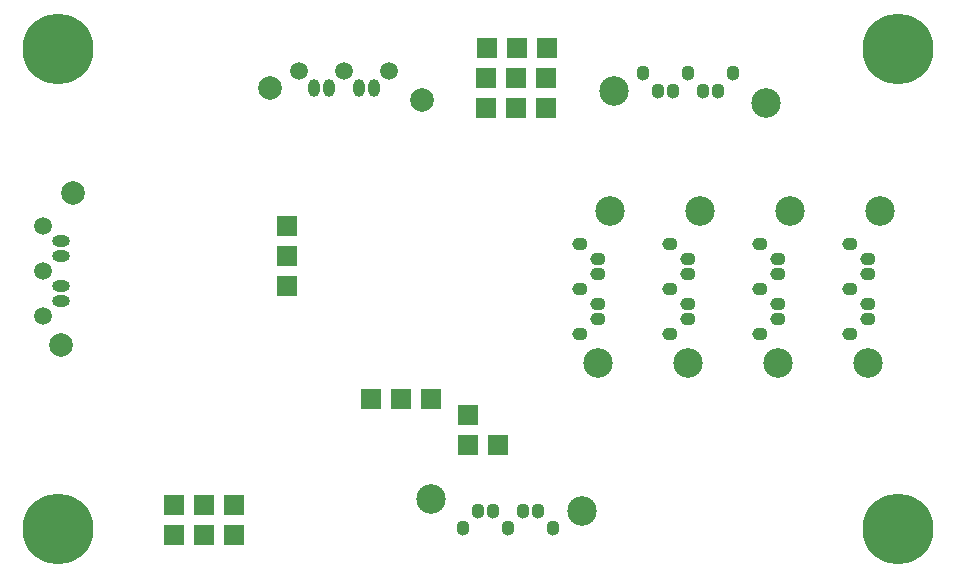
<source format=gts>
%FSLAX34Y34*%
G04 Gerber Fmt 3.4, Leading zero omitted, Abs format*
G04 (created by PCBNEW (2014-jan-25)-product) date Tue 18 Mar 2014 22:35:24 CET*
%MOIN*%
G01*
G70*
G90*
G04 APERTURE LIST*
%ADD10C,0.005906*%
%ADD11C,0.078740*%
%ADD12O,0.059055X0.039370*%
%ADD13C,0.059055*%
%ADD14R,0.065000X0.065000*%
%ADD15O,0.039370X0.059055*%
%ADD16C,0.236220*%
%ADD17C,0.098425*%
%ADD18O,0.051181X0.043307*%
%ADD19O,0.043307X0.051181*%
G04 APERTURE END LIST*
G54D10*
G54D11*
X39100Y-48868D03*
G54D12*
X39100Y-47400D03*
G54D11*
X39493Y-43817D03*
G54D12*
X39100Y-46900D03*
X39100Y-45900D03*
X39100Y-45400D03*
G54D13*
X38509Y-44900D03*
X38509Y-46400D03*
X38509Y-47900D03*
G54D14*
X44850Y-54200D03*
X43850Y-54200D03*
X42850Y-54200D03*
X42850Y-55200D03*
X43850Y-55200D03*
X44850Y-55200D03*
G54D11*
X46071Y-40320D03*
G54D15*
X47540Y-40320D03*
G54D11*
X51122Y-40713D03*
G54D15*
X48040Y-40320D03*
X49040Y-40320D03*
X49540Y-40320D03*
G54D13*
X50040Y-39729D03*
X48540Y-39729D03*
X47040Y-39729D03*
G54D14*
X53275Y-40975D03*
X53275Y-39975D03*
X52660Y-51220D03*
X52660Y-52220D03*
X55275Y-40975D03*
X55275Y-39975D03*
X54275Y-40975D03*
X54275Y-39975D03*
G54D16*
X39000Y-55000D03*
X39000Y-39000D03*
X67000Y-55000D03*
X67000Y-39000D03*
G54D14*
X49420Y-50680D03*
X50420Y-50680D03*
X51420Y-50680D03*
X46620Y-44900D03*
X46620Y-45900D03*
X46620Y-46900D03*
X53280Y-38980D03*
X54280Y-38980D03*
X55280Y-38980D03*
X53660Y-52220D03*
G54D17*
X57000Y-49468D03*
G54D18*
X57000Y-48000D03*
G54D17*
X57393Y-44417D03*
G54D18*
X57000Y-47500D03*
X57000Y-46500D03*
X57000Y-46000D03*
X56409Y-45500D03*
X56409Y-47000D03*
X56409Y-48500D03*
G54D17*
X60000Y-49468D03*
G54D18*
X60000Y-48000D03*
G54D17*
X60393Y-44417D03*
G54D18*
X60000Y-47500D03*
X60000Y-46500D03*
X60000Y-46000D03*
X59409Y-45500D03*
X59409Y-47000D03*
X59409Y-48500D03*
G54D17*
X63000Y-49468D03*
G54D18*
X63000Y-48000D03*
G54D17*
X63393Y-44417D03*
G54D18*
X63000Y-47500D03*
X63000Y-46500D03*
X63000Y-46000D03*
X62409Y-45500D03*
X62409Y-47000D03*
X62409Y-48500D03*
G54D17*
X66000Y-49468D03*
G54D18*
X66000Y-48000D03*
G54D17*
X66393Y-44417D03*
G54D18*
X66000Y-47500D03*
X66000Y-46500D03*
X66000Y-46000D03*
X65409Y-45500D03*
X65409Y-47000D03*
X65409Y-48500D03*
G54D17*
X57531Y-40400D03*
G54D19*
X59000Y-40400D03*
G54D17*
X62582Y-40793D03*
G54D19*
X59500Y-40400D03*
X60500Y-40400D03*
X61000Y-40400D03*
X61500Y-39809D03*
X60000Y-39809D03*
X58500Y-39809D03*
G54D17*
X56468Y-54400D03*
G54D19*
X55000Y-54400D03*
G54D17*
X51417Y-54006D03*
G54D19*
X54500Y-54400D03*
X53500Y-54400D03*
X53000Y-54400D03*
X52500Y-54990D03*
X54000Y-54990D03*
X55500Y-54990D03*
M02*

</source>
